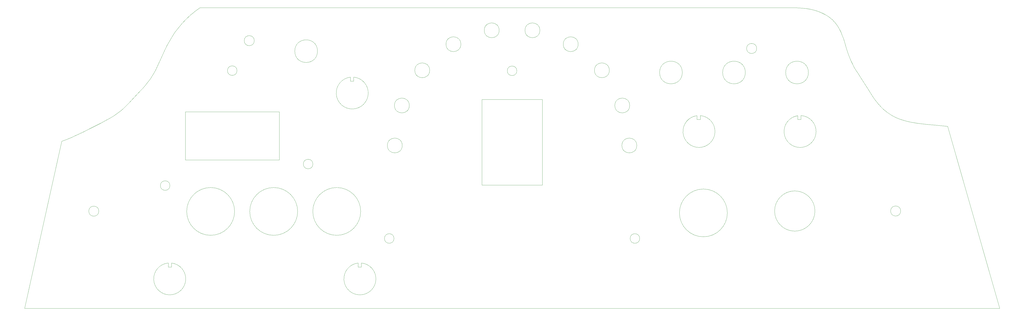
<source format=gbr>
G04 #@! TF.FileFunction,Profile,NP*
%FSLAX46Y46*%
G04 Gerber Fmt 4.6, Leading zero omitted, Abs format (unit mm)*
G04 Created by KiCad (PCBNEW 4.0.7) date 05/26/18 23:39:53*
%MOMM*%
%LPD*%
G01*
G04 APERTURE LIST*
%ADD10C,0.100000*%
G04 APERTURE END LIST*
D10*
X166422377Y-52990567D02*
G75*
G03X166422377Y-52990567I-1900000J0D01*
G01*
X123776698Y-66780637D02*
G75*
G03X123776698Y-66780637I-2950000J0D01*
G01*
X175547023Y-36891019D02*
G75*
G03X175547023Y-36891019I-2950000J0D01*
G01*
X215132399Y-119660581D02*
G75*
G03X215132399Y-119660581I-1900000J0D01*
G01*
X190722377Y-42414395D02*
G75*
G03X190722377Y-42414395I-2950000J0D01*
G01*
X144222377Y-42414395D02*
G75*
G03X144222377Y-42414395I-2950000J0D01*
G01*
X203093471Y-52794949D02*
G75*
G03X203093471Y-52794949I-2950000J0D01*
G01*
X176522377Y-98390592D02*
X176522377Y-64390592D01*
X176522377Y-98390592D02*
X152522377Y-98390592D01*
X152522377Y-64390592D02*
X176522377Y-64390592D01*
X152522377Y-64390592D02*
X152522377Y-98390592D01*
X211168117Y-66780637D02*
G75*
G03X211168117Y-66780637I-2950000J0D01*
G01*
X120972377Y-82684567D02*
G75*
G03X120972377Y-82684567I-2950000J0D01*
G01*
X213972377Y-82684567D02*
G75*
G03X213972377Y-82684567I-2950000J0D01*
G01*
X131851344Y-52794949D02*
G75*
G03X131851344Y-52794949I-2950000J0D01*
G01*
X117712416Y-119660581D02*
G75*
G03X117712416Y-119660581I-1900000J0D01*
G01*
X159397731Y-36891019D02*
G75*
G03X159397731Y-36891019I-2950000J0D01*
G01*
X232025856Y-53662625D02*
G75*
G03X232025856Y-53662625I-4500000J0D01*
G01*
X100387917Y-57073575D02*
X101687965Y-57073575D01*
X101687965Y-57073575D02*
X101687965Y-55492307D01*
X100387917Y-55513333D02*
X100387917Y-57073575D01*
X101687961Y-55492303D02*
G75*
G02X100387961Y-55513342I-547786J-6326328D01*
G01*
X284625221Y-108740018D02*
G75*
G03X284625221Y-108740018I-8000000J0D01*
G01*
X237851112Y-72375699D02*
X239151100Y-72375699D01*
X239151100Y-72375699D02*
X239151100Y-70791623D01*
X237851112Y-70819547D02*
X237851112Y-72375699D01*
X239151071Y-70791618D02*
G75*
G02X237851072Y-70819549I-514314J-6329137D01*
G01*
X249891457Y-109491757D02*
G75*
G03X249891457Y-109491757I-9500000J0D01*
G01*
X277785866Y-72375699D02*
X279085854Y-72375699D01*
X279085854Y-72375699D02*
X279085854Y-70781064D01*
X277785866Y-70840482D02*
X277785866Y-72375699D01*
X279085876Y-70781052D02*
G75*
G02X277785876Y-70840495I-361473J-6339703D01*
G01*
X104494301Y-108899716D02*
G75*
G03X104494301Y-108899716I-9500000J0D01*
G01*
X28155617Y-130982846D02*
X29455574Y-130982846D01*
X29455574Y-130982846D02*
X29455574Y-129416196D01*
X28155617Y-129406644D02*
X28155617Y-130982846D01*
X29455586Y-129416197D02*
G75*
G02X28155621Y-129406658I-696332J-6311705D01*
G01*
X79494301Y-108899716D02*
G75*
G03X79494301Y-108899716I-9500000J0D01*
G01*
X103430641Y-130982846D02*
X104730690Y-130982846D01*
X104730690Y-130982846D02*
X104730690Y-129401578D01*
X103430641Y-129422604D02*
X103430641Y-130982846D01*
X104730685Y-129401574D02*
G75*
G02X103430685Y-129422613I-547786J-6326328D01*
G01*
X54494301Y-108899716D02*
G75*
G03X54494301Y-108899716I-9500000J0D01*
G01*
X657753Y-108792081D02*
G75*
G03X657753Y-108792081I-2000000J0D01*
G01*
X87361122Y-45174100D02*
G75*
G03X87361122Y-45174100I-4500000J0D01*
G01*
X62306404Y-41004147D02*
G75*
G03X62306404Y-41004147I-2000000J0D01*
G01*
X282025856Y-53662625D02*
G75*
G03X282025856Y-53662625I-4500000J0D01*
G01*
X261521523Y-44105924D02*
G75*
G03X261521523Y-44105924I-2000000J0D01*
G01*
X257025856Y-53662625D02*
G75*
G03X257025856Y-53662625I-4500000J0D01*
G01*
X318625221Y-108732541D02*
G75*
G03X318625221Y-108732541I-2000000J0D01*
G01*
X-28817528Y-147439725D02*
X-14040245Y-80994290D01*
X38726143Y-29299466D02*
X40683876Y-27856198D01*
X36891701Y-30824765D02*
X38726143Y-29299466D01*
X35179909Y-32431821D02*
X36891701Y-30824765D01*
X33589455Y-34119840D02*
X35179909Y-32431821D01*
X32117470Y-35887418D02*
X33589455Y-34119840D01*
X30759560Y-37732114D02*
X32117470Y-35887418D01*
X29508949Y-39650449D02*
X30759560Y-37732114D01*
X28565285Y-41260343D02*
X29508949Y-39650449D01*
X27679726Y-42912015D02*
X28565285Y-41260343D01*
X26573769Y-45170133D02*
X27679726Y-42912015D01*
X25525673Y-47474667D02*
X26573769Y-45170133D01*
X24493294Y-49796628D02*
X25525673Y-47474667D01*
X23620155Y-51680234D02*
X24493294Y-49796628D01*
X23161018Y-52606931D02*
X23620155Y-51680234D01*
X22430763Y-53967893D02*
X23161018Y-52606931D01*
X21755440Y-55101621D02*
X22430763Y-53967893D01*
X21029762Y-56199460D02*
X21755440Y-55101621D01*
X20175331Y-57362271D02*
X21029762Y-56199460D01*
X19265968Y-58486905D02*
X20175331Y-57362271D01*
X17988869Y-59943692D02*
X19265968Y-58486905D01*
X17111855Y-60899655D02*
X17988869Y-59943692D01*
X13572456Y-64710050D02*
X17111855Y-60899655D01*
X12686195Y-65654080D02*
X13572456Y-64710050D01*
X11332924Y-67035397D02*
X12686195Y-65654080D01*
X10283974Y-68027097D02*
X11332924Y-67035397D01*
X9194099Y-68968045D02*
X10283974Y-68027097D01*
X7977669Y-69910062D02*
X9194099Y-68968045D01*
X6707558Y-70786801D02*
X7977669Y-69910062D01*
X4942543Y-71867062D02*
X6707558Y-70786801D01*
X3732277Y-72543485D02*
X4942543Y-71867062D01*
X1271034Y-73833798D02*
X3732277Y-72543485D01*
X-2776939Y-75888669D02*
X1271034Y-73833798D01*
X-5464531Y-77233090D02*
X-2776939Y-75888669D01*
X-8587242Y-78718533D02*
X-5464531Y-77233090D01*
X-10381126Y-79514554D02*
X-8587242Y-78718533D01*
X-12198387Y-80273526D02*
X-10381126Y-79514554D01*
X-14040245Y-80994290D02*
X-12198387Y-80273526D01*
X40683876Y-27856198D02*
X276996620Y-27856198D01*
X278324928Y-27930051D02*
X276996620Y-27856198D01*
X279601479Y-28040372D02*
X278324928Y-27930051D01*
X281223183Y-28244107D02*
X279601479Y-28040372D01*
X282753029Y-28512540D02*
X281223183Y-28244107D01*
X284191322Y-28845487D02*
X282753029Y-28512540D01*
X285797218Y-29329770D02*
X284191322Y-28845487D01*
X287273231Y-29905698D02*
X285797218Y-29329770D01*
X288621559Y-30571988D02*
X287273231Y-29905698D01*
X289844887Y-31326871D02*
X288621559Y-30571988D01*
X290947060Y-32167996D02*
X289844887Y-31326871D01*
X291723610Y-32879819D02*
X290947060Y-32167996D01*
X292432777Y-33640164D02*
X291723610Y-32879819D01*
X293077675Y-34446896D02*
X292432777Y-33640164D01*
X293521645Y-35080960D02*
X293077675Y-34446896D01*
X293933510Y-35738583D02*
X293521645Y-35080960D01*
X294469765Y-36715024D02*
X293933510Y-35738583D01*
X294951576Y-37732602D02*
X294469765Y-36715024D01*
X295429054Y-38896756D02*
X294951576Y-37732602D01*
X295861183Y-40097867D02*
X295429054Y-38896756D01*
X296294044Y-41433713D02*
X295861183Y-40097867D01*
X297120338Y-44159940D02*
X296294044Y-41433713D01*
X297691627Y-45946042D02*
X297120338Y-44159940D01*
X298000893Y-46830228D02*
X297691627Y-45946042D01*
X298504921Y-48138394D02*
X298000893Y-46830228D01*
X298943275Y-49155454D02*
X298504921Y-48138394D01*
X299418495Y-50153775D02*
X298943275Y-49155454D01*
X300163918Y-51555448D02*
X299418495Y-50153775D01*
X300972328Y-52923154D02*
X300163918Y-51555448D01*
X301536964Y-53820706D02*
X300972328Y-52923154D01*
X302698097Y-55597135D02*
X301536964Y-53820706D01*
X305535988Y-60041745D02*
X302698097Y-55597135D01*
X306632851Y-61825925D02*
X305535988Y-60041745D01*
X307835121Y-63683011D02*
X306632851Y-61825925D01*
X308473427Y-64588864D02*
X307835121Y-63683011D01*
X309594643Y-66021451D02*
X308473427Y-64588864D01*
X310822975Y-67368680D02*
X309594643Y-66021451D01*
X311479164Y-68003446D02*
X310822975Y-67368680D01*
X312163002Y-68609189D02*
X311479164Y-68003446D01*
X313116127Y-69368253D02*
X312163002Y-68609189D01*
X314113441Y-70068265D02*
X313116127Y-69368253D01*
X315150795Y-70706601D02*
X314113441Y-70068265D01*
X316752113Y-71536771D02*
X315150795Y-70706601D01*
X318415932Y-72230313D02*
X316752113Y-71536771D01*
X320127235Y-72794858D02*
X318415932Y-72230313D01*
X321306435Y-73110288D02*
X320127235Y-72794858D01*
X322497108Y-73377225D02*
X321306435Y-73110288D01*
X323952736Y-73644345D02*
X322497108Y-73377225D01*
X325414833Y-73859616D02*
X323952736Y-73644345D01*
X327617653Y-74111875D02*
X325414833Y-73859616D01*
X329086342Y-74249997D02*
X327617653Y-74111875D01*
X332022316Y-74503110D02*
X329086342Y-74249997D01*
X337218483Y-75017880D02*
X332022316Y-74503110D01*
X357862282Y-147439725D02*
X337218483Y-75017880D01*
X-28817528Y-147439725D02*
X357862282Y-147439725D01*
X55454054Y-52920041D02*
G75*
G03X55454054Y-52920041I-1900000J0D01*
G01*
X28854048Y-98620053D02*
G75*
G03X28854048Y-98620053I-1900000J0D01*
G01*
X85544081Y-90060056D02*
G75*
G03X85544081Y-90060056I-1900000J0D01*
G01*
X34924049Y-69260037D02*
X34924049Y-88460050D01*
X34924049Y-69260037D02*
X72224037Y-69260037D01*
X72224037Y-88460050D02*
X72224037Y-69260037D01*
X72224037Y-88460050D02*
X34924049Y-88460050D01*
M02*

</source>
